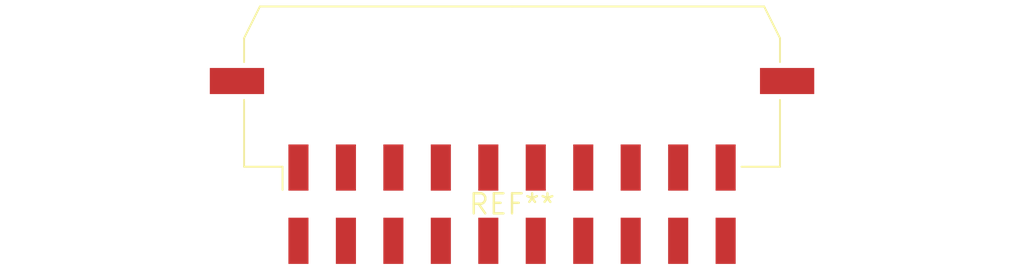
<source format=kicad_pcb>
(kicad_pcb (version 20240108) (generator pcbnew)
  (layers (0 "F.Cu" signal) (31 "B.Cu" signal) (34 "B.Paste" user) (35 "F.Paste" user) (36 "B.SilkS" user "B.Silkscreen") (37 "F.SilkS" user "F.Silkscreen") (38 "B.Mask" user) (39 "F.Mask" user) (44 "Edge.Cuts" user))
  (net 0 "")
  (footprint "Molex_Micro-Fit_3.0_43045-2010_2x10-1MP_P3.00mm_Horizontal" (layer "F.Cu") (at 0 0)
    (property "Reference" "REF**")
    (property "Value" "Molex_Micro-Fit_3.0_43045-2010_2x10-1MP_P3.00mm_Horizontal")
    (fp_line (start -16.935 -10.495) (end -16.935 -8.98) (layer "F.SilkS") (stroke (width 0.12)))
    (fp_line (start -16.935 -6.59) (end -16.935 -2.365) (layer "F.SilkS") (stroke (width 0.12)))
    (fp_line (start -16.935 -2.365) (end -14.505 -2.365) (layer "F.SilkS") (stroke (width 0.12)))
    (fp_line (start -15.935 -12.495) (end -16.935 -10.495) (layer "F.SilkS") (stroke (width 0.12)))
    (fp_line (start -14.505 -2.365) (end -14.505 -0.905) (layer "F.SilkS") (stroke (width 0.12)))
    (fp_line (start 0 -12.495) (end -15.935 -12.495) (layer "F.SilkS") (stroke (width 0.12)))
    (fp_line (start 0 -12.495) (end 15.935 -12.495) (layer "F.SilkS") (stroke (width 0.12)))
    (fp_line (start 15.935 -12.495) (end 16.935 -10.495) (layer "F.SilkS") (stroke (width 0.12)))
    (fp_line (start 16.935 -10.495) (end 16.935 -8.98) (layer "F.SilkS") (stroke (width 0.12)))
    (fp_line (start 16.935 -6.59) (end 16.935 -2.365) (layer "F.SilkS") (stroke (width 0.12)))
    (fp_line (start 16.935 -2.365) (end 14.505 -2.365) (layer "F.SilkS") (stroke (width 0.12)))
    (pad "1" smd rect (at -13.5 -2.315) (size 1.27 2.92) (layers "F.Cu" "F.Paste" "F.Mask"))
    (pad "2" smd rect (at -10.5 -2.315) (size 1.27 2.92) (layers "F.Cu" "F.Paste" "F.Mask"))
    (pad "3" smd rect (at -7.5 -2.315) (size 1.27 2.92) (layers "F.Cu" "F.Paste" "F.Mask"))
    (pad "4" smd rect (at -4.5 -2.315) (size 1.27 2.92) (layers "F.Cu" "F.Paste" "F.Mask"))
    (pad "5" smd rect (at -1.5 -2.315) (size 1.27 2.92) (layers "F.Cu" "F.Paste" "F.Mask"))
    (pad "6" smd rect (at 1.5 -2.315) (size 1.27 2.92) (layers "F.Cu" "F.Paste" "F.Mask"))
    (pad "7" smd rect (at 4.5 -2.315) (size 1.27 2.92) (layers "F.Cu" "F.Paste" "F.Mask"))
    (pad "8" smd rect (at 7.5 -2.315) (size 1.27 2.92) (layers "F.Cu" "F.Paste" "F.Mask"))
    (pad "9" smd rect (at 10.5 -2.315) (size 1.27 2.92) (layers "F.Cu" "F.Paste" "F.Mask"))
    (pad "10" smd rect (at 13.5 -2.315) (size 1.27 2.92) (layers "F.Cu" "F.Paste" "F.Mask"))
    (pad "11" smd rect (at -13.5 2.315) (size 1.27 2.92) (layers "F.Cu" "F.Paste" "F.Mask"))
    (pad "12" smd rect (at -10.5 2.315) (size 1.27 2.92) (layers "F.Cu" "F.Paste" "F.Mask"))
    (pad "13" smd rect (at -7.5 2.315) (size 1.27 2.92) (layers "F.Cu" "F.Paste" "F.Mask"))
    (pad "14" smd rect (at -4.5 2.315) (size 1.27 2.92) (layers "F.Cu" "F.Paste" "F.Mask"))
    (pad "15" smd rect (at -1.5 2.315) (size 1.27 2.92) (layers "F.Cu" "F.Paste" "F.Mask"))
    (pad "16" smd rect (at 1.5 2.315) (size 1.27 2.92) (layers "F.Cu" "F.Paste" "F.Mask"))
    (pad "17" smd rect (at 4.5 2.315) (size 1.27 2.92) (layers "F.Cu" "F.Paste" "F.Mask"))
    (pad "18" smd rect (at 7.5 2.315) (size 1.27 2.92) (layers "F.Cu" "F.Paste" "F.Mask"))
    (pad "19" smd rect (at 10.5 2.315) (size 1.27 2.92) (layers "F.Cu" "F.Paste" "F.Mask"))
    (pad "20" smd rect (at 13.5 2.315) (size 1.27 2.92) (layers "F.Cu" "F.Paste" "F.Mask"))
    (pad "MP" smd rect (at -17.385 -7.785) (size 3.43 1.65) (layers "F.Cu" "F.Paste" "F.Mask"))
    (pad "MP" smd rect (at 17.385 -7.785) (size 3.43 1.65) (layers "F.Cu" "F.Paste" "F.Mask"))
  )
)
</source>
